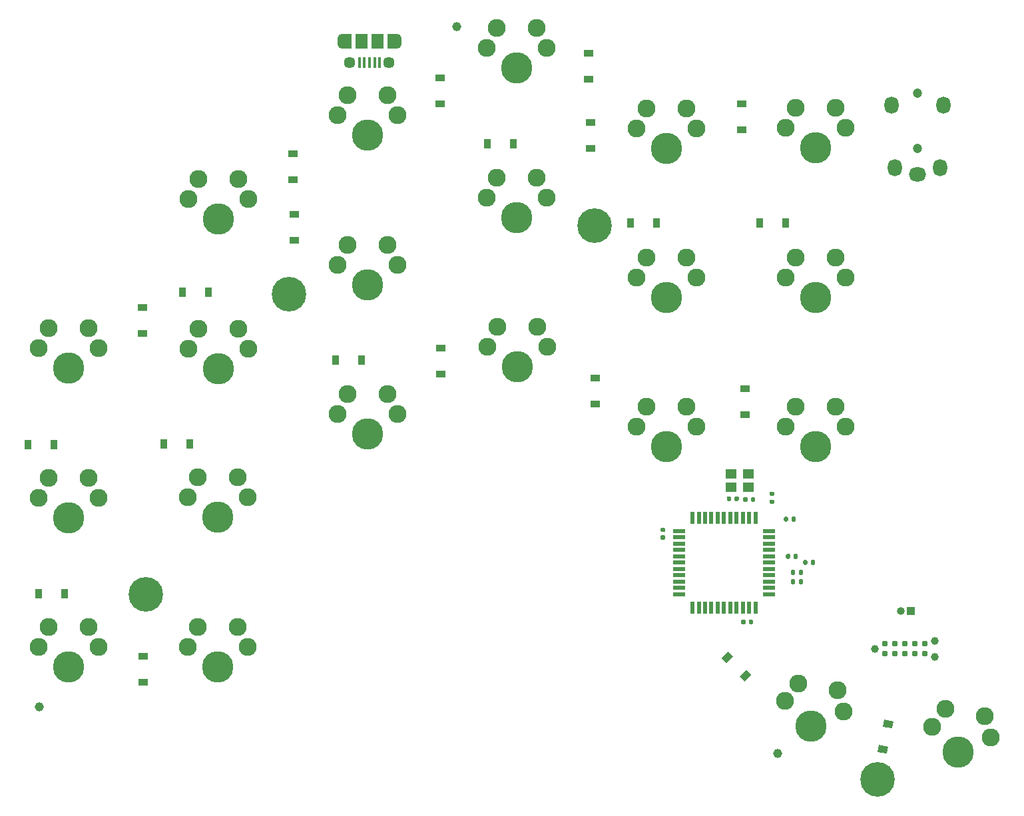
<source format=gbr>
%TF.GenerationSoftware,KiCad,Pcbnew,5.1.10*%
%TF.CreationDate,2021-09-27T15:43:44+02:00*%
%TF.ProjectId,pinkytyl_v2,70696e6b-7974-4796-9c5f-76322e6b6963,rev?*%
%TF.SameCoordinates,Original*%
%TF.FileFunction,Soldermask,Top*%
%TF.FilePolarity,Negative*%
%FSLAX46Y46*%
G04 Gerber Fmt 4.6, Leading zero omitted, Abs format (unit mm)*
G04 Created by KiCad (PCBNEW 5.1.10) date 2021-09-27 15:43:44*
%MOMM*%
%LPD*%
G01*
G04 APERTURE LIST*
%ADD10C,1.152000*%
%ADD11R,0.550000X1.500000*%
%ADD12R,1.500000X0.550000*%
%ADD13C,4.400000*%
%ADD14C,1.200000*%
%ADD15O,1.800000X2.200000*%
%ADD16O,2.200000X1.800000*%
%ADD17O,1.000000X1.000000*%
%ADD18R,1.000000X1.000000*%
%ADD19C,2.286000*%
%ADD20C,3.987800*%
%ADD21R,1.200000X0.900000*%
%ADD22R,1.500000X1.900000*%
%ADD23C,1.450000*%
%ADD24R,0.400000X1.350000*%
%ADD25O,1.200000X1.900000*%
%ADD26R,1.200000X1.900000*%
%ADD27R,1.400000X1.200000*%
%ADD28R,0.900000X1.200000*%
%ADD29C,0.100000*%
%ADD30C,0.990600*%
%ADD31C,0.787400*%
G04 APERTURE END LIST*
D10*
%TO.C,REF\u002A\u002A*%
X128910000Y-39910000D03*
%TD*%
%TO.C,REF\u002A\u002A*%
X169760000Y-132370000D03*
%TD*%
%TO.C,REF\u002A\u002A*%
X75880000Y-126430000D03*
%TD*%
D11*
%TO.C,U1*%
X166920000Y-113770000D03*
X166120000Y-113770000D03*
X165320000Y-113770000D03*
X164520000Y-113770000D03*
X163720000Y-113770000D03*
X162920000Y-113770000D03*
X162120000Y-113770000D03*
X161320000Y-113770000D03*
X160520000Y-113770000D03*
X159720000Y-113770000D03*
X158920000Y-113770000D03*
D12*
X157220000Y-112070000D03*
X157220000Y-111270000D03*
X157220000Y-110470000D03*
X157220000Y-109670000D03*
X157220000Y-108870000D03*
X157220000Y-108070000D03*
X157220000Y-107270000D03*
X157220000Y-106470000D03*
X157220000Y-105670000D03*
X157220000Y-104870000D03*
X157220000Y-104070000D03*
D11*
X158920000Y-102370000D03*
X159720000Y-102370000D03*
X160520000Y-102370000D03*
X161320000Y-102370000D03*
X162120000Y-102370000D03*
X162920000Y-102370000D03*
X163720000Y-102370000D03*
X164520000Y-102370000D03*
X165320000Y-102370000D03*
X166120000Y-102370000D03*
X166920000Y-102370000D03*
D12*
X168620000Y-104070000D03*
X168620000Y-104870000D03*
X168620000Y-105670000D03*
X168620000Y-106470000D03*
X168620000Y-107270000D03*
X168620000Y-108070000D03*
X168620000Y-108870000D03*
X168620000Y-109670000D03*
X168620000Y-110470000D03*
X168620000Y-111270000D03*
X168620000Y-112070000D03*
%TD*%
D13*
%TO.C,H4*%
X182440000Y-135630000D03*
%TD*%
%TO.C,H3*%
X146460000Y-65230000D03*
%TD*%
%TO.C,H2*%
X107590000Y-73910000D03*
%TD*%
%TO.C,H1*%
X89370000Y-112080000D03*
%TD*%
D14*
%TO.C,J1*%
X187520000Y-55380000D03*
X187520000Y-48380000D03*
D15*
X184220000Y-49880000D03*
X190370000Y-57880000D03*
D16*
X187520000Y-58680000D03*
D15*
X184670000Y-57880000D03*
X190820000Y-49880000D03*
%TD*%
D17*
%TO.C,J2*%
X185400000Y-114230000D03*
D18*
X186670000Y-114230000D03*
%TD*%
D19*
%TO.C,K12*%
X113800000Y-51150000D03*
D20*
X117610000Y-53690000D03*
D19*
X120150000Y-48610000D03*
X115070000Y-48610000D03*
X121420000Y-51150000D03*
%TD*%
%TO.C,K41*%
X189368949Y-128986989D03*
D20*
X192680000Y-132150000D03*
D19*
X196063544Y-127588243D03*
X191060721Y-126706110D03*
X196873184Y-130310188D03*
%TD*%
%TO.C,K40*%
X170660010Y-125695450D03*
D20*
X173960000Y-128870000D03*
D19*
X177359447Y-124320082D03*
X172359734Y-123420491D03*
X178159581Y-127044836D03*
%TD*%
%TO.C,K35*%
X170770000Y-90810000D03*
D20*
X174580000Y-93350000D03*
D19*
X177120000Y-88270000D03*
X172040000Y-88270000D03*
X178390000Y-90810000D03*
%TD*%
%TO.C,K34*%
X151780000Y-90790000D03*
D20*
X155590000Y-93330000D03*
D19*
X158130000Y-88250000D03*
X153050000Y-88250000D03*
X159400000Y-90790000D03*
%TD*%
%TO.C,K33*%
X132810000Y-80630000D03*
D20*
X136620000Y-83170000D03*
D19*
X139160000Y-78090000D03*
X134080000Y-78090000D03*
X140430000Y-80630000D03*
%TD*%
%TO.C,K32*%
X113810000Y-89200000D03*
D20*
X117620000Y-91740000D03*
D19*
X120160000Y-86660000D03*
X115080000Y-86660000D03*
X121430000Y-89200000D03*
%TD*%
%TO.C,K31*%
X94770000Y-118830000D03*
D20*
X98580000Y-121370000D03*
D19*
X101120000Y-116290000D03*
X96040000Y-116290000D03*
X102390000Y-118830000D03*
%TD*%
%TO.C,K30*%
X75750000Y-118840000D03*
D20*
X79560000Y-121380000D03*
D19*
X82100000Y-116300000D03*
X77020000Y-116300000D03*
X83370000Y-118840000D03*
%TD*%
%TO.C,K25*%
X170790000Y-71820000D03*
D20*
X174600000Y-74360000D03*
D19*
X177140000Y-69280000D03*
X172060000Y-69280000D03*
X178410000Y-71820000D03*
%TD*%
%TO.C,K24*%
X151770000Y-71790000D03*
D20*
X155580000Y-74330000D03*
D19*
X158120000Y-69250000D03*
X153040000Y-69250000D03*
X159390000Y-71790000D03*
%TD*%
%TO.C,K23*%
X132790000Y-61610000D03*
D20*
X136600000Y-64150000D03*
D19*
X139140000Y-59070000D03*
X134060000Y-59070000D03*
X140410000Y-61610000D03*
%TD*%
%TO.C,K22*%
X113810000Y-70160000D03*
D20*
X117620000Y-72700000D03*
D19*
X120160000Y-67620000D03*
X115080000Y-67620000D03*
X121430000Y-70160000D03*
%TD*%
%TO.C,K21*%
X94770000Y-99780000D03*
D20*
X98580000Y-102320000D03*
D19*
X101120000Y-97240000D03*
X96040000Y-97240000D03*
X102390000Y-99780000D03*
%TD*%
%TO.C,K20*%
X75770000Y-99820000D03*
D20*
X79580000Y-102360000D03*
D19*
X82120000Y-97280000D03*
X77040000Y-97280000D03*
X83390000Y-99820000D03*
%TD*%
%TO.C,K15*%
X170780000Y-52800000D03*
D20*
X174590000Y-55340000D03*
D19*
X177130000Y-50260000D03*
X172050000Y-50260000D03*
X178400000Y-52800000D03*
%TD*%
%TO.C,K14*%
X151760000Y-52820000D03*
D20*
X155570000Y-55360000D03*
D19*
X158110000Y-50280000D03*
X153030000Y-50280000D03*
X159380000Y-52820000D03*
%TD*%
%TO.C,K13*%
X132790000Y-42600000D03*
D20*
X136600000Y-45140000D03*
D19*
X139140000Y-40060000D03*
X134060000Y-40060000D03*
X140410000Y-42600000D03*
%TD*%
%TO.C,K11*%
X94790000Y-80840000D03*
D20*
X98600000Y-83380000D03*
D19*
X101140000Y-78300000D03*
X96060000Y-78300000D03*
X102410000Y-80840000D03*
%TD*%
%TO.C,K10*%
X75770000Y-80800000D03*
D20*
X79580000Y-83340000D03*
D19*
X82120000Y-78260000D03*
X77040000Y-78260000D03*
X83390000Y-80800000D03*
%TD*%
%TO.C,K0*%
X94810000Y-61830000D03*
D20*
X98620000Y-64370000D03*
D19*
X101160000Y-59290000D03*
X96080000Y-59290000D03*
X102430000Y-61830000D03*
%TD*%
D21*
%TO.C,D31*%
X89050000Y-120000000D03*
X89050000Y-123300000D03*
%TD*%
D22*
%TO.C,J3*%
X116840000Y-41772500D03*
D23*
X120340000Y-44472500D03*
D24*
X118490000Y-44472500D03*
X119140000Y-44472500D03*
X116540000Y-44472500D03*
X117190000Y-44472500D03*
X117840000Y-44472500D03*
D23*
X115340000Y-44472500D03*
D22*
X118840000Y-41772500D03*
D25*
X121340000Y-41772500D03*
X114340000Y-41772500D03*
D26*
X114940000Y-41772500D03*
X120740000Y-41772500D03*
%TD*%
D27*
%TO.C,Y1*%
X166050000Y-98490000D03*
X163850000Y-98490000D03*
X163850000Y-96790000D03*
X166050000Y-96790000D03*
%TD*%
%TO.C,C1*%
G36*
G01*
X155340000Y-105150000D02*
X155000000Y-105150000D01*
G75*
G02*
X154860000Y-105010000I0J140000D01*
G01*
X154860000Y-104730000D01*
G75*
G02*
X155000000Y-104590000I140000J0D01*
G01*
X155340000Y-104590000D01*
G75*
G02*
X155480000Y-104730000I0J-140000D01*
G01*
X155480000Y-105010000D01*
G75*
G02*
X155340000Y-105150000I-140000J0D01*
G01*
G37*
G36*
G01*
X155340000Y-104190000D02*
X155000000Y-104190000D01*
G75*
G02*
X154860000Y-104050000I0J140000D01*
G01*
X154860000Y-103770000D01*
G75*
G02*
X155000000Y-103630000I140000J0D01*
G01*
X155340000Y-103630000D01*
G75*
G02*
X155480000Y-103770000I0J-140000D01*
G01*
X155480000Y-104050000D01*
G75*
G02*
X155340000Y-104190000I-140000J0D01*
G01*
G37*
%TD*%
%TO.C,C2*%
G36*
G01*
X171490000Y-102720000D02*
X171490000Y-102380000D01*
G75*
G02*
X171630000Y-102240000I140000J0D01*
G01*
X171910000Y-102240000D01*
G75*
G02*
X172050000Y-102380000I0J-140000D01*
G01*
X172050000Y-102720000D01*
G75*
G02*
X171910000Y-102860000I-140000J0D01*
G01*
X171630000Y-102860000D01*
G75*
G02*
X171490000Y-102720000I0J140000D01*
G01*
G37*
G36*
G01*
X170530000Y-102720000D02*
X170530000Y-102380000D01*
G75*
G02*
X170670000Y-102240000I140000J0D01*
G01*
X170950000Y-102240000D01*
G75*
G02*
X171090000Y-102380000I0J-140000D01*
G01*
X171090000Y-102720000D01*
G75*
G02*
X170950000Y-102860000I-140000J0D01*
G01*
X170670000Y-102860000D01*
G75*
G02*
X170530000Y-102720000I0J140000D01*
G01*
G37*
%TD*%
%TO.C,C3*%
G36*
G01*
X170800000Y-107440000D02*
X170800000Y-107100000D01*
G75*
G02*
X170940000Y-106960000I140000J0D01*
G01*
X171220000Y-106960000D01*
G75*
G02*
X171360000Y-107100000I0J-140000D01*
G01*
X171360000Y-107440000D01*
G75*
G02*
X171220000Y-107580000I-140000J0D01*
G01*
X170940000Y-107580000D01*
G75*
G02*
X170800000Y-107440000I0J140000D01*
G01*
G37*
G36*
G01*
X171760000Y-107440000D02*
X171760000Y-107100000D01*
G75*
G02*
X171900000Y-106960000I140000J0D01*
G01*
X172180000Y-106960000D01*
G75*
G02*
X172320000Y-107100000I0J-140000D01*
G01*
X172320000Y-107440000D01*
G75*
G02*
X172180000Y-107580000I-140000J0D01*
G01*
X171900000Y-107580000D01*
G75*
G02*
X171760000Y-107440000I0J140000D01*
G01*
G37*
%TD*%
%TO.C,C4*%
G36*
G01*
X163280000Y-100120000D02*
X163280000Y-99780000D01*
G75*
G02*
X163420000Y-99640000I140000J0D01*
G01*
X163700000Y-99640000D01*
G75*
G02*
X163840000Y-99780000I0J-140000D01*
G01*
X163840000Y-100120000D01*
G75*
G02*
X163700000Y-100260000I-140000J0D01*
G01*
X163420000Y-100260000D01*
G75*
G02*
X163280000Y-100120000I0J140000D01*
G01*
G37*
G36*
G01*
X164240000Y-100120000D02*
X164240000Y-99780000D01*
G75*
G02*
X164380000Y-99640000I140000J0D01*
G01*
X164660000Y-99640000D01*
G75*
G02*
X164800000Y-99780000I0J-140000D01*
G01*
X164800000Y-100120000D01*
G75*
G02*
X164660000Y-100260000I-140000J0D01*
G01*
X164380000Y-100260000D01*
G75*
G02*
X164240000Y-100120000I0J140000D01*
G01*
G37*
%TD*%
%TO.C,C5*%
G36*
G01*
X166340000Y-100220000D02*
X166340000Y-99880000D01*
G75*
G02*
X166480000Y-99740000I140000J0D01*
G01*
X166760000Y-99740000D01*
G75*
G02*
X166900000Y-99880000I0J-140000D01*
G01*
X166900000Y-100220000D01*
G75*
G02*
X166760000Y-100360000I-140000J0D01*
G01*
X166480000Y-100360000D01*
G75*
G02*
X166340000Y-100220000I0J140000D01*
G01*
G37*
G36*
G01*
X165380000Y-100220000D02*
X165380000Y-99880000D01*
G75*
G02*
X165520000Y-99740000I140000J0D01*
G01*
X165800000Y-99740000D01*
G75*
G02*
X165940000Y-99880000I0J-140000D01*
G01*
X165940000Y-100220000D01*
G75*
G02*
X165800000Y-100360000I-140000J0D01*
G01*
X165520000Y-100360000D01*
G75*
G02*
X165380000Y-100220000I0J140000D01*
G01*
G37*
%TD*%
%TO.C,C6*%
G36*
G01*
X166070000Y-115770000D02*
X166070000Y-115430000D01*
G75*
G02*
X166210000Y-115290000I140000J0D01*
G01*
X166490000Y-115290000D01*
G75*
G02*
X166630000Y-115430000I0J-140000D01*
G01*
X166630000Y-115770000D01*
G75*
G02*
X166490000Y-115910000I-140000J0D01*
G01*
X166210000Y-115910000D01*
G75*
G02*
X166070000Y-115770000I0J140000D01*
G01*
G37*
G36*
G01*
X165110000Y-115770000D02*
X165110000Y-115430000D01*
G75*
G02*
X165250000Y-115290000I140000J0D01*
G01*
X165530000Y-115290000D01*
G75*
G02*
X165670000Y-115430000I0J-140000D01*
G01*
X165670000Y-115770000D01*
G75*
G02*
X165530000Y-115910000I-140000J0D01*
G01*
X165250000Y-115910000D01*
G75*
G02*
X165110000Y-115770000I0J140000D01*
G01*
G37*
%TD*%
%TO.C,C7*%
G36*
G01*
X172990000Y-108210000D02*
X172990000Y-107870000D01*
G75*
G02*
X173130000Y-107730000I140000J0D01*
G01*
X173410000Y-107730000D01*
G75*
G02*
X173550000Y-107870000I0J-140000D01*
G01*
X173550000Y-108210000D01*
G75*
G02*
X173410000Y-108350000I-140000J0D01*
G01*
X173130000Y-108350000D01*
G75*
G02*
X172990000Y-108210000I0J140000D01*
G01*
G37*
G36*
G01*
X173950000Y-108210000D02*
X173950000Y-107870000D01*
G75*
G02*
X174090000Y-107730000I140000J0D01*
G01*
X174370000Y-107730000D01*
G75*
G02*
X174510000Y-107870000I0J-140000D01*
G01*
X174510000Y-108210000D01*
G75*
G02*
X174370000Y-108350000I-140000J0D01*
G01*
X174090000Y-108350000D01*
G75*
G02*
X173950000Y-108210000I0J140000D01*
G01*
G37*
%TD*%
D21*
%TO.C,D0*%
X108070000Y-56100000D03*
X108070000Y-59400000D03*
%TD*%
%TO.C,D10*%
X88950000Y-78880000D03*
X88950000Y-75580000D03*
%TD*%
D28*
%TO.C,D11*%
X94060000Y-73670000D03*
X97360000Y-73670000D03*
%TD*%
D21*
%TO.C,D12*%
X126840000Y-46390000D03*
X126840000Y-49690000D03*
%TD*%
%TO.C,D13*%
X145710000Y-46540000D03*
X145710000Y-43240000D03*
%TD*%
%TO.C,D14*%
X145960000Y-55350000D03*
X145960000Y-52050000D03*
%TD*%
%TO.C,D15*%
X165170000Y-49720000D03*
X165170000Y-53020000D03*
%TD*%
D28*
%TO.C,D20*%
X74410000Y-93020000D03*
X77710000Y-93020000D03*
%TD*%
%TO.C,D21*%
X91650000Y-92940000D03*
X94950000Y-92940000D03*
%TD*%
D21*
%TO.C,D22*%
X108260000Y-67100000D03*
X108260000Y-63800000D03*
%TD*%
D28*
%TO.C,D23*%
X136120000Y-54760000D03*
X132820000Y-54760000D03*
%TD*%
%TO.C,D24*%
X154310000Y-64830000D03*
X151010000Y-64830000D03*
%TD*%
%TO.C,D25*%
X167450000Y-64860000D03*
X170750000Y-64860000D03*
%TD*%
%TO.C,D30*%
X79040000Y-112010000D03*
X75740000Y-112010000D03*
%TD*%
%TO.C,D32*%
X113510000Y-82340000D03*
X116810000Y-82340000D03*
%TD*%
D21*
%TO.C,D33*%
X126930000Y-84080000D03*
X126930000Y-80780000D03*
%TD*%
%TO.C,D34*%
X146510000Y-87870000D03*
X146510000Y-84570000D03*
%TD*%
%TO.C,D35*%
X165610000Y-85940000D03*
X165610000Y-89240000D03*
%TD*%
D29*
%TO.C,D40*%
G36*
X164894264Y-122532792D02*
G01*
X165742792Y-121684264D01*
X166379188Y-122320660D01*
X165530660Y-123169188D01*
X164894264Y-122532792D01*
G37*
G36*
X162560812Y-120199340D02*
G01*
X163409340Y-119350812D01*
X164045736Y-119987208D01*
X163197208Y-120835736D01*
X162560812Y-120199340D01*
G37*
%TD*%
%TO.C,D41*%
G36*
X183648277Y-132385903D02*
G01*
X182470325Y-132156932D01*
X182642053Y-131273467D01*
X183820005Y-131502438D01*
X183648277Y-132385903D01*
G37*
G36*
X184277947Y-129146533D02*
G01*
X183099995Y-128917562D01*
X183271723Y-128034097D01*
X184449675Y-128263068D01*
X184277947Y-129146533D01*
G37*
%TD*%
D30*
%TO.C,J5*%
X189710000Y-118014000D03*
X189710000Y-120046000D03*
X182090000Y-119030000D03*
D31*
X183360000Y-119665000D03*
X184630000Y-119665000D03*
X185900000Y-119665000D03*
X187170000Y-119665000D03*
X188440000Y-119665000D03*
X188440000Y-118395000D03*
X187170000Y-118395000D03*
X185900000Y-118395000D03*
X184630000Y-118395000D03*
X183360000Y-118395000D03*
%TD*%
%TO.C,R1*%
G36*
G01*
X172430000Y-109495000D02*
X172430000Y-109125000D01*
G75*
G02*
X172565000Y-108990000I135000J0D01*
G01*
X172835000Y-108990000D01*
G75*
G02*
X172970000Y-109125000I0J-135000D01*
G01*
X172970000Y-109495000D01*
G75*
G02*
X172835000Y-109630000I-135000J0D01*
G01*
X172565000Y-109630000D01*
G75*
G02*
X172430000Y-109495000I0J135000D01*
G01*
G37*
G36*
G01*
X171410000Y-109495000D02*
X171410000Y-109125000D01*
G75*
G02*
X171545000Y-108990000I135000J0D01*
G01*
X171815000Y-108990000D01*
G75*
G02*
X171950000Y-109125000I0J-135000D01*
G01*
X171950000Y-109495000D01*
G75*
G02*
X171815000Y-109630000I-135000J0D01*
G01*
X171545000Y-109630000D01*
G75*
G02*
X171410000Y-109495000I0J135000D01*
G01*
G37*
%TD*%
%TO.C,R2*%
G36*
G01*
X171430000Y-110675000D02*
X171430000Y-110305000D01*
G75*
G02*
X171565000Y-110170000I135000J0D01*
G01*
X171835000Y-110170000D01*
G75*
G02*
X171970000Y-110305000I0J-135000D01*
G01*
X171970000Y-110675000D01*
G75*
G02*
X171835000Y-110810000I-135000J0D01*
G01*
X171565000Y-110810000D01*
G75*
G02*
X171430000Y-110675000I0J135000D01*
G01*
G37*
G36*
G01*
X172450000Y-110675000D02*
X172450000Y-110305000D01*
G75*
G02*
X172585000Y-110170000I135000J0D01*
G01*
X172855000Y-110170000D01*
G75*
G02*
X172990000Y-110305000I0J-135000D01*
G01*
X172990000Y-110675000D01*
G75*
G02*
X172855000Y-110810000I-135000J0D01*
G01*
X172585000Y-110810000D01*
G75*
G02*
X172450000Y-110675000I0J135000D01*
G01*
G37*
%TD*%
%TO.C,R3*%
G36*
G01*
X168835000Y-99040000D02*
X169205000Y-99040000D01*
G75*
G02*
X169340000Y-99175000I0J-135000D01*
G01*
X169340000Y-99445000D01*
G75*
G02*
X169205000Y-99580000I-135000J0D01*
G01*
X168835000Y-99580000D01*
G75*
G02*
X168700000Y-99445000I0J135000D01*
G01*
X168700000Y-99175000D01*
G75*
G02*
X168835000Y-99040000I135000J0D01*
G01*
G37*
G36*
G01*
X168835000Y-100060000D02*
X169205000Y-100060000D01*
G75*
G02*
X169340000Y-100195000I0J-135000D01*
G01*
X169340000Y-100465000D01*
G75*
G02*
X169205000Y-100600000I-135000J0D01*
G01*
X168835000Y-100600000D01*
G75*
G02*
X168700000Y-100465000I0J135000D01*
G01*
X168700000Y-100195000D01*
G75*
G02*
X168835000Y-100060000I135000J0D01*
G01*
G37*
%TD*%
M02*

</source>
